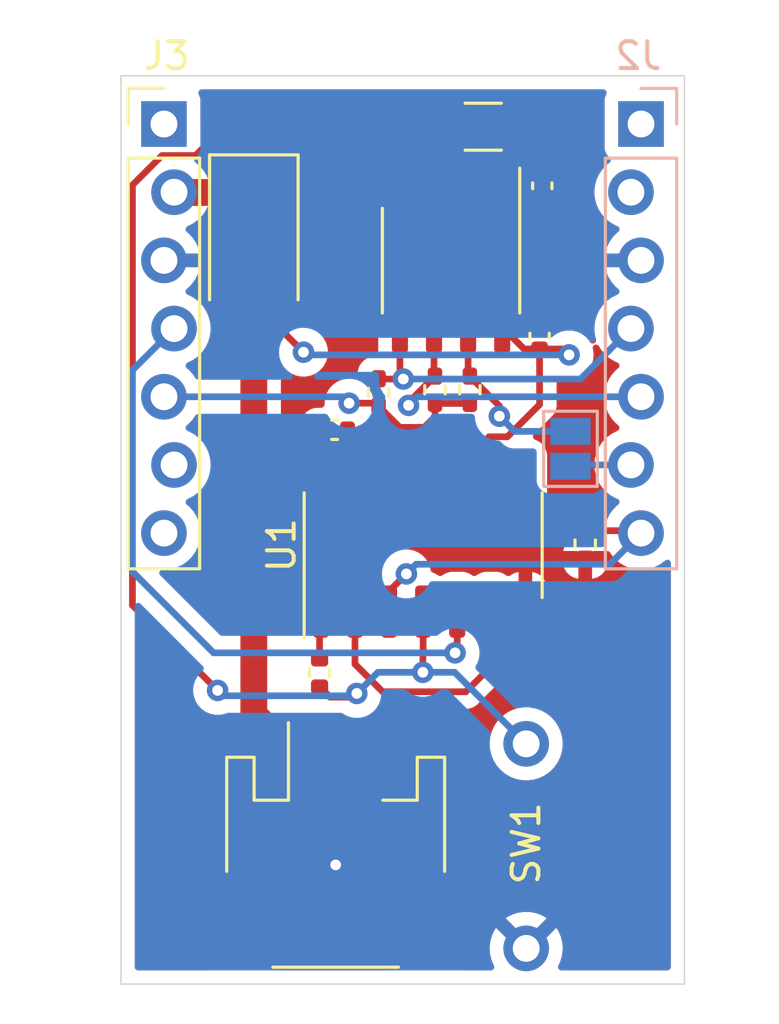
<source format=kicad_pcb>
(kicad_pcb (version 20211014) (generator pcbnew)
  (layers (0 "F.Cu" signal) (31 "B.Cu" signal) (34 "B.Paste" user) (35 "F.Paste" user) (36 "B.SilkS" user "B.Silkscreen") (37 "F.SilkS" user "F.Silkscreen") (38 "B.Mask" user) (39 "F.Mask" user) (44 "Edge.Cuts" user))
  (net 0 "")
  (net 1 "+BATT")
  (net 2 "GND")
  (net 3 "Net-(C3-Pad2)")
  (net 4 "/VSYS")
  (net 7 "/SDA")
  (net 8 "/SCL")
  (net 9 "/GP4_CLKOUT")
  (net 10 "/GP5_DONE")
  (net 12 "/3V3_EN")
  (net 13 "+3V3")
  (net 16 "/CLKOUT")
  (net 17 "/1~{PRE}")
  (net 18 "Net-(U1-Pad2)")
  (net 21 "Net-(U2-Pad2)")
  (footprint "user:Connector_1x7_no_solder" (layer "F.Cu") (at 117.78 100 180)
    (fp_text reference "J2" (at 0.1 2.54) (layer "B.SilkS") (effects (justify mirror)))
    (fp_text value "Pico Pin 1-7")
    (fp_line (start 1.33 -1.27) (end 1.33 -16.57) (layer "B.SilkS") (width 0.12))
    (fp_line (start -1.33 -16.57) (end 1.33 -16.57) (layer "B.SilkS") (width 0.12))
    (fp_line (start -1.33 -1.27) (end -1.33 -16.57) (layer "B.SilkS") (width 0.12))
    (fp_line (start -1.33 0) (end -1.33 1.33) (layer "B.SilkS") (width 0.12))
    (fp_line (start -1.33 1.33) (end 0 1.33) (layer "B.SilkS") (width 0.12))
    (fp_line (start -1.33 -1.27) (end 1.33 -1.27) (layer "B.SilkS") (width 0.12))
    (pad "1" thru_hole rect (at 0 0) (size 1.7 1.7) (drill 1) (layers *.Cu *.Mask))
    (pad "2" thru_hole oval (at 0.37625 -2.54) (size 1.7 1.7) (drill 1) (layers *.Cu *.Mask))
    (pad "3" thru_hole oval (at 0 -5.08) (size 1.7 1.7) (drill 1) (layers *.Cu *.Mask) (net 2 "GND"))
    (pad "4" thru_hole oval (at 0.37625 -7.62) (size 1.7 1.7) (drill 1) (layers *.Cu *.Mask) (net 7 "/SDA"))
    (pad "5" thru_hole oval (at 0 -10.16) (size 1.7 1.7) (drill 1) (layers *.Cu *.Mask) (net 8 "/SCL"))
    (pad "6" thru_hole oval (at 0.37625 -12.7) (size 1.7 1.7) (drill 1) (layers *.Cu *.Mask) (net 9 "/GP4_CLKOUT"))
    (pad "7" thru_hole oval (at 0 -15.24) (size 1.7 1.7) (drill 1) (layers *.Cu *.Mask) (net 10 "/GP5_DONE"))
  )
  (footprint "Capacitor_SMD:C_0402_1005Metric" (layer "F.Cu") (at 114.1 102.3 90)
    (fp_text reference "C3" hide)
    (fp_text value "22pF")
    (fp_line (start -0.107836 -0.36) (end 0.107836 -0.36) (layer "F.SilkS") (width 0.12))
    (fp_line (start -0.107836 0.36) (end 0.107836 0.36) (layer "F.SilkS") (width 0.12))
    (pad "1" smd roundrect (at -0.48 0 270) (size 0.56 0.62) (layers "F.Cu" "F.Paste" "F.Mask") (net 2 "GND"))
    (pad "2" smd roundrect (at 0.48 0 270) (size 0.56 0.62) (layers "F.Cu" "F.Paste" "F.Mask") (net 3 "Net-(C3-Pad2)"))
  )
  (footprint "Resistor_SMD:R_0402_1005Metric" (layer "F.Cu") (at 115.7 115.65 90)
    (fp_text reference "R1" hide)
    (fp_text value "100K")
    (fp_line (start -0.153641 0.38) (end 0.153641 0.38) (layer "F.SilkS") (width 0.12))
    (fp_line (start -0.153641 -0.38) (end 0.153641 -0.38) (layer "F.SilkS") (width 0.12))
    (pad "1" smd roundrect (at -0.51 0 90) (size 0.54 0.64) (layers "F.Cu" "F.Paste" "F.Mask") (net 2 "GND"))
    (pad "2" smd roundrect (at 0.51 0 90) (size 0.54 0.64) (layers "F.Cu" "F.Paste" "F.Mask") (net 10 "/GP5_DONE"))
  )
  (footprint "Diode_SMD:D_SMA" (layer "F.Cu") (at 103.35 104.55 -90)
    (fp_text reference "D1" hide)
    (fp_text value "D_Schottky")
    (fp_line (start -3.4 1.65) (end 2 1.65) (layer "F.SilkS") (width 0.12))
    (fp_line (start -3.4 -1.65) (end -3.4 1.65) (layer "F.SilkS") (width 0.12))
    (fp_line (start -3.4 -1.65) (end 2 -1.65) (layer "F.SilkS") (width 0.12))
    (pad "1" smd rect (at -2 0 270) (size 2.5 1.8) (layers "F.Cu" "F.Paste" "F.Mask") (net 4 "/VSYS"))
    (pad "2" smd rect (at 2 0 270) (size 2.5 1.8) (layers "F.Cu" "F.Paste" "F.Mask") (net 1 "+BATT"))
  )
  (footprint "Capacitor_SMD:C_0402_1005Metric" (layer "F.Cu") (at 106.36 111.39)
    (fp_text reference "C1" hide)
    (fp_text value "100nF")
    (fp_line (start -0.107836 0.36) (end 0.107836 0.36) (layer "F.SilkS") (width 0.12))
    (fp_line (start -0.107836 -0.36) (end 0.107836 -0.36) (layer "F.SilkS") (width 0.12))
    (pad "1" smd roundrect (at -0.48 0) (size 0.56 0.62) (layers "F.Cu" "F.Paste" "F.Mask") (net 1 "+BATT"))
    (pad "2" smd roundrect (at 0.48 0) (size 0.56 0.62) (layers "F.Cu" "F.Paste" "F.Mask") (net 2 "GND"))
  )
  (footprint "Resistor_SMD:R_0402_1005Metric" (layer "F.Cu") (at 110.1 109.9 -90)
    (fp_text reference "R3" hide)
    (fp_text value "10K")
    (fp_line (start -0.153641 0.38) (end 0.153641 0.38) (layer "F.SilkS") (width 0.12))
    (fp_line (start -0.153641 -0.38) (end 0.153641 -0.38) (layer "F.SilkS") (width 0.12))
    (pad "1" smd roundrect (at -0.51 0) (size 0.54 0.64) (layers "F.Cu" "F.Paste" "F.Mask") (net 8 "/SCL"))
    (pad "2" smd roundrect (at 0.51 0) (size 0.54 0.64) (layers "F.Cu" "F.Paste" "F.Mask") (net 13 "+3V3"))
  )
  (footprint "user:SW_PUSH_SLIM_1x4" (layer "F.Cu") (at 113.5 130.71 90)
    (fp_text reference "SW1" (at 3.91 0 90) (layer "F.SilkS"))
    (fp_text value "SW_Push")
    (pad "1" thru_hole circle locked (at 0 0 90) (size 1.7 1.7) (drill 1) (layers *.Cu *.Mask) (net 2 "GND"))
    (pad "2" thru_hole circle locked (at 7.62 0 90) (size 1.7 1.7) (drill 1) (layers *.Cu *.Mask) (net 17 "/1~{PRE}"))
  )
  (footprint "Crystal:Crystal_SMD_3215-2Pin_3.2x1.5mm" (layer "F.Cu") (at 111.9 100.1 180)
    (fp_text reference "Y1" hide)
    (fp_text value "Crystal")
    (fp_line (start -0.675 0.875) (end 0.675 0.875) (layer "F.SilkS") (width 0.12))
    (fp_line (start -0.675 -0.875) (end 0.675 -0.875) (layer "F.SilkS") (width 0.12))
    (pad "1" smd rect (at 1.25 0 270) (size 1 1.8) (layers "F.Cu" "F.Paste" "F.Mask") (net 21 "Net-(U2-Pad2)"))
    (pad "2" smd rect (at -1.25 0 270) (size 1 1.8) (layers "F.Cu" "F.Paste" "F.Mask") (net 3 "Net-(C3-Pad2)"))
  )
  (footprint "Package_SO:SOIC-14_3.9x8.7mm_P1.27mm" (layer "F.Cu") (at 109.66 115.69 90)
    (fp_text reference "U1" (at 0 -5.28 90) (layer "F.SilkS"))
    (fp_text value "SN74HC74N")
    (fp_line (start 0 -4.435) (end -3.45 -4.435) (layer "F.SilkS") (width 0.12))
    (fp_line (start 0 -4.435) (end 1.95 -4.435) (layer "F.SilkS") (width 0.12))
    (fp_line (start 0 4.435) (end 1.95 4.435) (layer "F.SilkS") (width 0.12))
    (fp_line (start 0 4.435) (end -1.95 4.435) (layer "F.SilkS") (width 0.12))
    (pad "1" smd roundrect (at -2.475 -3.81 90) (size 1.95 0.6) (layers "F.Cu" "F.Paste" "F.Mask") (net 1 "+BATT"))
    (pad "2" smd roundrect (at -2.475 -2.54 90) (size 1.95 0.6) (layers "F.Cu" "F.Paste" "F.Mask") (net 18 "Net-(U1-Pad2)"))
    (pad "3" smd roundrect (at -2.475 -1.27 90) (size 1.95 0.6) (layers "F.Cu" "F.Paste" "F.Mask") (net 10 "/GP5_DONE"))
    (pad "4" smd roundrect (at -2.475 0 90) (size 1.95 0.6) (layers "F.Cu" "F.Paste" "F.Mask") (net 17 "/1~{PRE}"))
    (pad "5" smd roundrect (at -2.475 1.27 90) (size 1.95 0.6) (layers "F.Cu" "F.Paste" "F.Mask") (net 12 "/3V3_EN"))
    (pad "6" smd roundrect (at -2.475 2.54 90) (size 1.95 0.6) (layers "F.Cu" "F.Paste" "F.Mask") (net 18 "Net-(U1-Pad2)"))
    (pad "7" smd roundrect (at -2.475 3.81 90) (size 1.95 0.6) (layers "F.Cu" "F.Paste" "F.Mask") (net 2 "GND"))
    (pad "8" smd roundrect (at 2.475 3.81 90) (size 1.95 0.6) (layers "F.Cu" "F.Paste" "F.Mask"))
    (pad "9" smd roundrect (at 2.475 2.54 90) (size 1.95 0.6) (layers "F.Cu" "F.Paste" "F.Mask"))
    (pad "10" smd roundrect (at 2.475 1.27 90) (size 1.95 0.6) (layers "F.Cu" "F.Paste" "F.Mask") (net 1 "+BATT"))
    (pad "11" smd roundrect (at 2.475 0 90) (size 1.95 0.6) (layers "F.Cu" "F.Paste" "F.Mask") (net 2 "GND"))
    (pad "12" smd roundrect (at 2.475 -1.27 90) (size 1.95 0.6) (layers "F.Cu" "F.Paste" "F.Mask") (net 2 "GND"))
    (pad "13" smd roundrect (at 2.475 -2.54 90) (size 1.95 0.6) (layers "F.Cu" "F.Paste" "F.Mask") (net 1 "+BATT"))
    (pad "14" smd roundrect (at 2.475 -3.81 90) (size 1.95 0.6) (layers "F.Cu" "F.Paste" "F.Mask") (net 1 "+BATT"))
  )
  (footprint "Resistor_SMD:R_0402_1005Metric" (layer "F.Cu") (at 111.4 109.9 -90)
    (fp_text reference "R5" hide)
    (fp_text value "10K")
    (fp_line (start -0.153641 0.38) (end 0.153641 0.38) (layer "F.SilkS") (width 0.12))
    (fp_line (start -0.153641 -0.38) (end 0.153641 -0.38) (layer "F.SilkS") (width 0.12))
    (pad "1" smd roundrect (at -0.51 0 180) (size 0.54 0.64) (layers "F.Cu" "F.Paste" "F.Mask") (net 16 "/CLKOUT"))
    (pad "2" smd roundrect (at 0.51 0 180) (size 0.54 0.64) (layers "F.Cu" "F.Paste" "F.Mask") (net 13 "+3V3"))
  )
  (footprint "Resistor_SMD:R_0402_1005Metric" (layer "F.Cu") (at 105.8 120.45 -90)
    (fp_text reference "R2" hide)
    (fp_text value "10K")
    (fp_line (start -0.153641 0.38) (end 0.153641 0.38) (layer "F.SilkS") (width 0.12))
    (fp_line (start -0.153641 -0.38) (end 0.153641 -0.38) (layer "F.SilkS") (width 0.12))
    (pad "1" smd roundrect (at -0.51 0 270) (size 0.54 0.64) (layers "F.Cu" "F.Paste" "F.Mask") (net 1 "+BATT"))
    (pad "2" smd roundrect (at 0.51 0 270) (size 0.54 0.64) (layers "F.Cu" "F.Paste" "F.Mask") (net 17 "/1~{PRE}"))
  )
  (footprint "Capacitor_SMD:C_0402_1005Metric" (layer "F.Cu") (at 114 107.9 90)
    (fp_text reference "C2" hide)
    (fp_text value "100nF")
    (fp_line (start -0.107836 -0.36) (end 0.107836 -0.36) (layer "F.SilkS") (width 0.12))
    (fp_line (start -0.107836 0.36) (end 0.107836 0.36) (layer "F.SilkS") (width 0.12))
    (pad "1" smd roundrect (at -0.48 0 270) (size 0.56 0.62) (layers "F.Cu" "F.Paste" "F.Mask") (net 1 "+BATT"))
    (pad "2" smd roundrect (at 0.48 0 270) (size 0.56 0.62) (layers "F.Cu" "F.Paste" "F.Mask") (net 2 "GND"))
  )
  (footprint "user:Connector_1x7_no_solder" (layer "F.Cu") (at 100 100)
    (fp_text reference "J3" (at 0.1 -2.54) (layer "F.SilkS"))
    (fp_text value "Pico Pin 40-34")
    (fp_line (start -1.33 1.27) (end 1.33 1.27) (layer "F.SilkS") (width 0.12))
    (fp_line (start -1.33 16.57) (end 1.33 16.57) (layer "F.SilkS") (width 0.12))
    (fp_line (start -1.33 0) (end -1.33 -1.33) (layer "F.SilkS") (width 0.12))
    (fp_line (start 1.33 1.27) (end 1.33 16.57) (layer "F.SilkS") (width 0.12))
    (fp_line (start -1.33 -1.33) (end 0 -1.33) (layer "F.SilkS") (width 0.12))
    (fp_line (start -1.33 1.27) (end -1.33 16.57) (layer "F.SilkS") (width 0.12))
    (pad "1" thru_hole rect (at 0 0) (size 1.7 1.7) (drill 1) (layers *.Cu *.Mask))
    (pad "2" thru_hole oval (at 0.37625 2.54) (size 1.7 1.7) (drill 1) (layers *.Cu *.Mask) (net 4 "/VSYS"))
    (pad "3" thru_hole oval (at 0 5.08) (size 1.7 1.7) (drill 1) (layers *.Cu *.Mask) (net 2 "GND"))
    (pad "4" thru_hole oval (at 0.37625 7.62) (size 1.7 1.7) (drill 1) (layers *.Cu *.Mask) (net 12 "/3V3_EN"))
    (pad "5" thru_hole oval (at 0 10.16) (size 1.7 1.7) (drill 1) (layers *.Cu *.Mask) (net 13 "+3V3"))
    (pad "6" thru_hole oval (at 0.37625 12.7) (size 1.7 1.7) (drill 1) (layers *.Cu *.Mask))
    (pad "7" thru_hole oval (at 0 15.24) (size 1.7 1.7) (drill 1) (layers *.Cu *.Mask))
  )
  (footprint "Package_SO:SOIC-8_3.9x4.9mm_P1.27mm" (layer "F.Cu") (at 110.7 105.09 -90)
    (fp_text reference "U2" hide)
    (fp_text value "PCF8563T")
    (fp_line (start 0 2.56) (end -1.95 2.56) (layer "F.SilkS") (width 0.12))
    (fp_line (start 0 -2.56) (end -3.45 -2.56) (layer "F.SilkS") (width 0.12))
    (fp_line (start 0 -2.56) (end 1.95 -2.56) (layer "F.SilkS") (width 0.12))
    (fp_line (start 0 2.56) (end 1.95 2.56) (layer "F.SilkS") (width 0.12))
    (pad "1" smd roundrect (at -2.475 -1.905 270) (size 1.95 0.6) (layers "F.Cu" "F.Paste" "F.Mask") (net 3 "Net-(C3-Pad2)"))
    (pad "2" smd roundrect (at -2.475 -0.635 270) (size 1.95 0.6) (layers "F.Cu" "F.Paste" "F.Mask") (net 21 "Net-(U2-Pad2)"))
    (pad "3" smd roundrect (at -2.475 0.635 270) (size 1.95 0.6) (layers "F.Cu" "F.Paste" "F.Mask") (net 17 "/1~{PRE}"))
    (pad "4" smd roundrect (at -2.475 1.905 270) (size 1.95 0.6) (layers "F.Cu" "F.Paste" "F.Mask") (net 2 "GND"))
    (pad "5" smd roundrect (at 2.475 1.905 270) (size 1.95 0.6) (layers "F.Cu" "F.Paste" "F.Mask") (net 7 "/SDA"))
    (pad "6" smd roundrect (at 2.475 0.635 270) (size 1.95 0.6) (layers "F.Cu" "F.Paste" "F.Mask") (net 8 "/SCL"))
    (pad "7" smd roundrect (at 2.475 -0.635 270) (size 1.95 0.6) (layers "F.Cu" "F.Paste" "F.Mask") (net 16 "/CLKOUT"))
    (pad "8" smd roundrect (at 2.475 -1.905 270) (size 1.95 0.6) (layers "F.Cu" "F.Paste" "F.Mask") (net 1 "+BATT"))
  )
  (footprint "Connector_JST:JST_PH_S2B-PH-SM4-TB_1x02-1MP_P2.00mm_Horizontal" (layer "F.Cu") (at 106.4 126.9)
    (fp_text reference "J1" hide)
    (fp_text value "JST-PH2 Bat")
    (fp_line (start 4.06 -3.31) (end 3.04 -3.31) (layer "F.SilkS") (width 0.12))
    (fp_line (start 3.04 -1.71) (end 1.76 -1.71) (layer "F.SilkS") (width 0.12))
    (fp_line (start 4.06 0.94) (end 4.06 -3.31) (layer "F.SilkS") (width 0.12))
    (fp_line (start -3.04 -3.31) (end -3.04 -1.71) (layer "F.SilkS") (width 0.12))
    (fp_line (start -4.06 -3.31) (end -3.04 -3.31) (layer "F.SilkS") (width 0.12))
    (fp_line (start -4.06 0.94) (end -4.06 -3.31) (layer "F.SilkS") (width 0.12))
    (fp_line (start -1.76 -1.71) (end -1.76 -4.6) (layer "F.SilkS") (width 0.12))
    (fp_line (start -3.04 -1.71) (end -1.76 -1.71) (layer "F.SilkS") (width 0.12))
    (fp_line (start -2.34 4.51) (end 2.34 4.51) (layer "F.SilkS") (width 0.12))
    (fp_line (start 3.04 -3.31) (end 3.04 -1.71) (layer "F.SilkS") (width 0.12))
    (pad "1" smd roundrect (at -1 -2.85) (size 1 3.5) (layers "F.Cu" "F.Paste" "F.Mask") (net 1 "+BATT"))
    (pad "2" smd roundrect (at 1 -2.85) (size 1 3.5) (layers "F.Cu" "F.Paste" "F.Mask") (net 2 "GND"))
    (pad "MP" smd roundrect (at -3.35 2.9) (size 1.5 3.4) (layers "F.Cu" "F.Paste" "F.Mask") (roundrect_rratio 0.166667))
    (pad "MP" smd roundrect (at 3.35 2.9) (size 1.5 3.4) (layers "F.Cu" "F.Paste" "F.Mask") (roundrect_rratio 0.166667))
  )
  (footprint "Resistor_SMD:R_0402_1005Metric" (layer "F.Cu") (at 108 110 -90)
    (fp_text reference "R4" hide)
    (fp_text value "10K")
    (fp_line (start -0.153641 0.38) (end 0.153641 0.38) (layer "F.SilkS") (width 0.12))
    (fp_line (start -0.153641 -0.38) (end 0.153641 -0.38) (layer "F.SilkS") (width 0.12))
    (pad "1" smd roundrect (at -0.51 0 180) (size 0.54 0.64) (layers "F.Cu" "F.Paste" "F.Mask") (net 7 "/SDA"))
    (pad "2" smd roundrect (at 0.51 0 180) (size 0.54 0.64) (layers "F.Cu" "F.Paste" "F.Mask") (net 13 "+3V3"))
  )
  (footprint "Jumper:SolderJumper-2_P1.3mm_Open_Pad1.0x1.5mm" (layer "B.Cu") (at 115.15 112.1 90)
    (fp_text reference "JP1" hide)
    (fp_text value "Jmp_CLKOUT" hide)
    (fp_line (start -1.4 -1) (end -1.4 1) (layer "B.SilkS") (width 0.12))
    (fp_line (start -1.4 1) (end 1.4 1) (layer "B.SilkS") (width 0.12))
    (fp_line (start 1.4 1) (end 1.4 -1) (layer "B.SilkS") (width 0.12))
    (fp_line (start 1.4 -1) (end -1.4 -1) (layer "B.SilkS") (width 0.12))
    (pad "1" smd rect (at -0.65 0 90) (size 1 1.5) (layers "B.Cu" "B.Mask") (net 9 "/GP4_CLKOUT"))
    (pad "2" smd rect (at 0.65 0 90) (size 1 1.5) (layers "B.Cu" "B.Mask") (net 16 "/CLKOUT"))
  )
  (gr_rect (start 98.4 98.2) (end 119.4 132.04) (layer "Edge.Cuts") (width 0.05) (fill none))
  (segment (start 105.8 119.94) (end 105.8 118.215) (width 0.25) (layer "F.Cu") (net 1))
  (segment (start 105.85 113.215) (end 103.665 113.215) (width 0.25) (layer "F.Cu") (net 1))
  (segment (start 114.88 108.38) (end 115.1 108.6) (width 0.25) (layer "F.Cu") (net 1))
  (segment (start 110.93 113.215) (end 110.93 112.838249) (width 0.25) (layer "F.Cu") (net 1))
  (segment (start 103.35 117.85) (end 103.35 112.9) (width 1) (layer "F.Cu") (net 1))
  (segment (start 105.85 111.42) (end 105.88 111.39) (width 0.25) (layer "F.Cu") (net 1))
  (segment (start 103.35 112.9) (end 103.35 106.55) (width 1) (layer "F.Cu") (net 1))
  (segment (start 103.665 113.215) (end 103.35 112.9) (width 0.25) (layer "F.Cu") (net 1))
  (segment (start 103.665 118.165) (end 103.35 117.85) (width 0.25) (layer "F.Cu") (net 1))
  (segment (start 110.93 112.838249) (end 112.118249 111.65) (width 0.25) (layer "F.Cu") (net 1))
  (segment (start 105.4 124.05) (end 103.35 122) (width 1) (layer "F.Cu") (net 1))
  (segment (start 112.8 111.65) (end 114 110.45) (width 0.25) (layer "F.Cu") (net 1))
  (segment (start 114 110.45) (end 114 108.38) (width 0.25) (layer "F.Cu") (net 1))
  (segment (start 105.85 113.215) (end 107.12 113.215) (width 0.25) (layer "F.Cu") (net 1))
  (segment (start 105.2 108.5) (end 103.35 106.65) (width 0.25) (layer "F.Cu") (net 1))
  (segment (start 112.605 107.565) (end 113.42 108.38) (width 0.25) (layer "F.Cu") (net 1))
  (segment (start 114 108.38) (end 114.88 108.38) (width 0.25) (layer "F.Cu") (net 1))
  (segment (start 105.85 118.165) (end 103.665 118.165) (width 0.25) (layer "F.Cu") (net 1))
  (segment (start 103.35 122) (end 103.35 117.85) (width 1) (layer "F.Cu") (net 1))
  (segment (start 105.8 118.215) (end 105.85 118.165) (width 0.25) (layer "F.Cu") (net 1))
  (segment (start 103.35 106.65) (end 103.35 106.55) (width 0.25) (layer "F.Cu") (net 1))
  (segment (start 105.85 113.215) (end 105.85 111.42) (width 0.25) (layer "F.Cu") (net 1))
  (segment (start 113.42 108.38) (end 114 108.38) (width 0.25) (layer "F.Cu") (net 1))
  (segment (start 112.118249 111.65) (end 112.8 111.65) (width 0.25) (layer "F.Cu") (net 1))
  (via (at 115.1 108.6) (size 0.8) (drill 0.4) (layers "F.Cu" "B.Cu") (net 1))
  (via (at 105.2 108.5) (size 0.8) (drill 0.4) (layers "F.Cu" "B.Cu") (net 1))
  (segment (start 115.1 108.6) (end 105.3 108.6) (width 0.25) (layer "B.Cu") (net 1))
  (segment (start 105.3 108.6) (end 105.2 108.5) (width 0.25) (layer "B.Cu") (net 1))
  (via (at 106.4 127.6) (size 0.8) (drill 0.4) (layers "F.Cu" "B.Cu") (net 2))
  (segment (start 113.15 100.1) (end 112.6 100.65) (width 0.25) (layer "F.Cu") (net 3))
  (segment (start 112.6 102.61) (end 112.605 102.615) (width 0.25) (layer "F.Cu") (net 3))
  (segment (start 113.4 101.82) (end 114.1 101.82) (width 0.25) (layer "F.Cu") (net 3))
  (segment (start 112.605 102.615) (end 113.4 101.82) (width 0.25) (layer "F.Cu") (net 3))
  (segment (start 112.6 100.65) (end 112.6 102.61) (width 0.25) (layer "F.Cu") (net 3))
  (segment (start 100.38625 102.55) (end 100.37625 102.54) (width 0.25) (layer "F.Cu") (net 4))
  (segment (start 103.35 102.55) (end 100.38625 102.55) (width 1) (layer "F.Cu") (net 4))
  (segment (start 108.01 109.5) (end 108 109.49) (width 0.25) (layer "F.Cu") (net 7))
  (segment (start 108.795 107.565) (end 108.795 109.3745) (width 0.25) (layer "F.Cu") (net 7))
  (segment (start 108.9205 109.5) (end 108.01 109.5) (width 0.25) (layer "F.Cu") (net 7))
  (segment (start 108.795 109.3745) (end 108.9205 109.5) (width 0.25) (layer "F.Cu") (net 7))
  (via (at 108.9205 109.5) (size 0.8) (drill 0.4) (layers "F.Cu" "B.Cu") (net 7))
  (segment (start 117.40375 107.62) (end 115.52375 109.5) (width 0.25) (layer "B.Cu") (net 7))
  (segment (start 115.52375 109.5) (end 108.9205 109.5) (width 0.25) (layer "B.Cu") (net 7))
  (segment (start 110.065 107.565) (end 110.065 109.355) (width 0.25) (layer "F.Cu") (net 8))
  (segment (start 110.1 109.39) (end 109.115995 110.374005) (width 0.25) (layer "F.Cu") (net 8))
  (segment (start 109.115995 110.374005) (end 109.115995 110.480198) (width 0.25) (layer "F.Cu") (net 8))
  (segment (start 110.065 109.355) (end 110.1 109.39) (width 0.25) (layer "F.Cu") (net 8))
  (via (at 109.115995 110.480198) (size 0.8) (drill 0.4) (layers "F.Cu" "B.Cu") (net 8))
  (segment (start 109.115995 110.480198) (end 109.436193 110.16) (width 0.25) (layer "B.Cu") (net 8))
  (segment (start 109.436193 110.16) (end 117.78 110.16) (width 0.25) (layer "B.Cu") (net 8))
  (segment (start 117.40375 112.7) (end 115.2 112.7) (width 0.25) (layer "B.Cu") (net 9))
  (segment (start 115.2 112.7) (end 115.15 112.75) (width 0.25) (layer "B.Cu") (net 9))
  (segment (start 109.035388 116.759918) (end 108.39 117.405306) (width 0.25) (layer "F.Cu") (net 10))
  (segment (start 115.71 115.15) (end 115.7 115.14) (width 0.25) (layer "F.Cu") (net 10))
  (segment (start 117.69 115.15) (end 115.71 115.15) (width 0.25) (layer "F.Cu") (net 10))
  (segment (start 117.78 115.24) (end 117.69 115.15) (width 0.25) (layer "F.Cu") (net 10))
  (segment (start 108.39 117.405306) (end 108.39 118.165) (width 0.25) (layer "F.Cu") (net 10))
  (via (at 109.035388 116.759918) (size 0.8) (drill 0.4) (layers "F.Cu" "B.Cu") (net 10))
  (segment (start 109.035388 116.759918) (end 109.395306 116.4) (width 0.25) (layer "B.Cu") (net 10))
  (segment (start 116.62 116.4) (end 117.78 115.24) (width 0.25) (layer "B.Cu") (net 10))
  (segment (start 109.395306 116.4) (end 116.62 116.4) (width 0.25) (layer "B.Cu") (net 10))
  (segment (start 110.93 118.165) (end 110.93 119.62) (width 0.25) (layer "F.Cu") (net 12))
  (segment (start 110.93 119.62) (end 110.85 119.7) (width 0.25) (layer "F.Cu") (net 12))
  (via (at 110.85 119.7) (size 0.8) (drill 0.4) (layers "F.Cu" "B.Cu") (net 12))
  (segment (start 110.85 119.7) (end 101.85 119.7) (width 0.25) (layer "B.Cu") (net 12))
  (segment (start 101.85 119.7) (end 98.825 116.675) (width 0.25) (layer "B.Cu") (net 12))
  (segment (start 98.825 116.675) (end 98.825 109.17125) (width 0.25) (layer "B.Cu") (net 12))
  (segment (start 98.825 109.17125) (end 100.37625 107.62) (width 0.25) (layer "B.Cu") (net 12))
  (segment (start 110.1 110.9) (end 109.7 111.3) (width 0.25) (layer "F.Cu") (net 13))
  (segment (start 109.7 111.3) (end 108.79 111.3) (width 0.25) (layer "F.Cu") (net 13))
  (segment (start 108.79 111.3) (end 108 110.51) (width 0.25) (layer "F.Cu") (net 13))
  (segment (start 110.1 110.41) (end 110.1 110.9) (width 0.25) (layer "F.Cu") (net 13))
  (segment (start 110.1 110.41) (end 111.4 110.41) (width 0.25) (layer "F.Cu") (net 13))
  (segment (start 106.9 110.4) (end 107.89 110.4) (width 0.25) (layer "F.Cu") (net 13))
  (via (at 106.9 110.4) (size 0.8) (drill 0.4) (layers "F.Cu" "B.Cu") (net 13))
  (segment (start 100 110.16) (end 106.66 110.16) (width 0.25) (layer "B.Cu") (net 13))
  (segment (start 106.66 110.16) (end 106.9 110.4) (width 0.25) (layer "B.Cu") (net 13))
  (segment (start 111.4 109.39) (end 111.4 109.4) (width 0.25) (layer "F.Cu") (net 16))
  (segment (start 111.335 107.565) (end 111.335 109.325) (width 0.25) (layer "F.Cu") (net 16))
  (segment (start 111.335 109.325) (end 111.4 109.39) (width 0.25) (layer "F.Cu") (net 16))
  (segment (start 111.4 109.4) (end 112.5 110.5) (width 0.25) (layer "F.Cu") (net 16))
  (segment (start 112.5 110.5) (end 112.5 110.8845) (width 0.25) (layer "F.Cu") (net 16))
  (via (at 112.5 110.8845) (size 0.8) (drill 0.4) (layers "F.Cu" "B.Cu") (net 16))
  (segment (start 112.5 110.8845) (end 113.0655 111.45) (width 0.25) (layer "B.Cu") (net 16))
  (segment (start 113.0655 111.45) (end 115.2 111.45) (width 0.25) (layer "B.Cu") (net 16))
  (segment (start 110.065 102.238249) (end 110.065 102.615) (width 0.25) (layer "F.Cu") (net 17))
  (segment (start 107.05 121.35) (end 106.19 121.35) (width 0.25) (layer "F.Cu") (net 17))
  (segment (start 99.925 101.175) (end 101.175 101.175) (width 0.25) (layer "F.Cu") (net 17))
  (segment (start 101.175 101.175) (end 101.65 100.7) (width 0.25) (layer "F.Cu") (net 17))
  (segment (start 109.66 119.73) (end 109.66 118.165) (width 0.25) (layer "F.Cu") (net 17))
  (segment (start 109.65 120.4255) (end 109.65 119.74) (width 0.25) (layer "F.Cu") (net 17))
  (segment (start 102 121.1) (end 98.825 117.925) (width 0.25) (layer "F.Cu") (net 17))
  (segment (start 107.187701 121.212299) (end 107.05 121.35) (width 0.25) (layer "F.Cu") (net 17))
  (segment (start 109.65 119.74) (end 109.66 119.73) (width 0.25) (layer "F.Cu") (net 17))
  (segment (start 98.825 102.275) (end 99.925 101.175) (width 0.25) (layer "F.Cu") (net 17))
  (segment (start 108.526751 100.7) (end 110.065 102.238249) (width 0.25) (layer "F.Cu") (net 17))
  (segment (start 101.65 100.7) (end 108.526751 100.7) (width 0.25) (layer "F.Cu") (net 17))
  (segment (start 106.19 121.35) (end 105.8 120.96) (width 0.25) (layer "F.Cu") (net 17))
  (segment (start 98.825 117.925) (end 98.825 102.275) (width 0.25) (layer "F.Cu") (net 17))
  (via (at 109.65 120.4255) (size 0.8) (drill 0.4) (layers "F.Cu" "B.Cu") (net 17))
  (via (at 102 121.1) (size 0.8) (drill 0.4) (layers "F.Cu" "B.Cu") (net 17))
  (via (at 107.187701 121.212299) (size 0.8) (drill 0.4) (layers "F.Cu" "B.Cu") (net 17))
  (segment (start 102.2 121.3) (end 107.1 121.3) (width 0.25) (layer "B.Cu") (net 17))
  (segment (start 109.65 120.4255) (end 107.9745 120.4255) (width 0.25) (layer "B.Cu") (net 17))
  (segment (start 110.8355 120.4255) (end 113.5 123.09) (width 0.25) (layer "B.Cu") (net 17))
  (segment (start 102 121.1) (end 102.2 121.3) (width 0.25) (layer "B.Cu") (net 17))
  (segment (start 107.9745 120.4255) (end 107.187701 121.212299) (width 0.25) (layer "B.Cu") (net 17))
  (segment (start 109.65 120.4255) (end 110.8355 120.4255) (width 0.25) (layer "B.Cu") (net 17))
  (segment (start 107.1 121.3) (end 107.187701 121.212299) (width 0.25) (layer "B.Cu") (net 17))
  (segment (start 112.2 120.2) (end 111.25 121.15) (width 0.25) (layer "F.Cu") (net 18))
  (segment (start 108.15 121.15) (end 107.12 120.12) (width 0.25) (layer "F.Cu") (net 18))
  (segment (start 107.12 120.12) (end 107.12 118.165) (width 0.25) (layer "F.Cu") (net 18))
  (segment (start 112.2 118.165) (end 112.2 120.2) (width 0.25) (layer "F.Cu") (net 18))
  (segment (start 111.25 121.15) (end 108.15 121.15) (width 0.25) (layer "F.Cu") (net 18))
  (segment (start 110.65 100.1) (end 111.335 100.785) (width 0.25) (layer "F.Cu") (net 21))
  (segment (start 111.335 100.785) (end 111.335 102.615) (width 0.25) (layer "F.Cu") (net 21))
  (zone (net 2) (net_name "GND") (layer "F.Cu") (connect_pads (clearance 0.508)) (min_thickness 0.254) (fill yes (thermal_gap 0.508) (thermal_bridge_width 0.508))
    (polygon (pts (xy 119.38 132.08) (xy 97.79 132.08) (xy 97.79 97.79) (xy 119.38 97.79)))
  )
  (zone (net 2) (net_name "GND") (layer "B.Cu") (connect_pads (clearance 0.508)) (min_thickness 0.254) (fill yes (thermal_gap 0.508) (thermal_bridge_width 0.508))
    (polygon (pts (xy 119.38 132.08) (xy 97.79 132.08) (xy 97.79 97.79) (xy 119.38 97.79)))
  )
)
</source>
